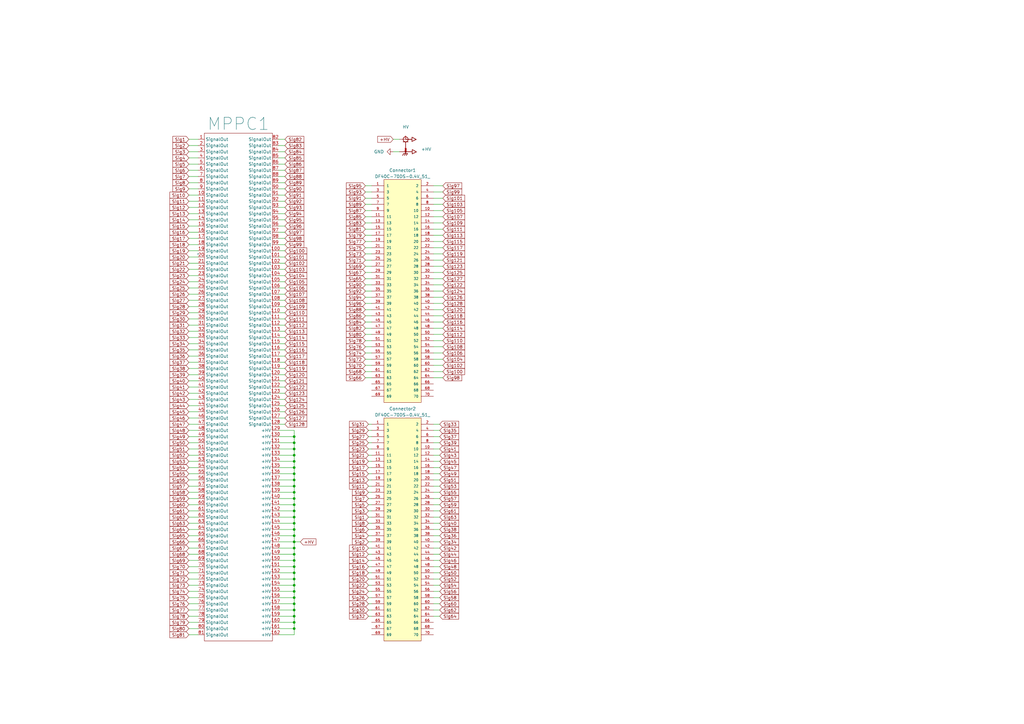
<source format=kicad_sch>
(kicad_sch (version 20250114) (generator "eeschema") (generator_version "9.0")
  (paper "A3")
  (junction (at 120.65 189.23))
  (junction (at 120.65 247.65))
  (junction (at 120.65 201.93))
  (junction (at 120.65 209.55))
  (junction (at 120.65 257.81))
  (junction (at 120.65 252.73))
  (junction (at 120.65 219.71))
  (junction (at 120.65 222.25))
  (junction (at 120.65 181.61))
  (junction (at 120.65 237.49))
  (junction (at 120.65 179.07))
  (junction (at 120.65 214.63))
  (junction (at 120.65 207.01))
  (junction (at 120.65 196.85))
  (junction (at 120.65 191.77))
  (junction (at 120.65 245.11))
  (junction (at 120.65 194.31))
  (junction (at 120.65 255.27))
  (junction (at 120.65 224.79))
  (junction (at 120.65 234.95))
  (junction (at 120.65 250.19))
  (junction (at 120.65 242.57))
  (junction (at 120.65 227.33))
  (junction (at 120.65 204.47))
  (junction (at 120.65 232.41))
  (junction (at 120.65 217.17))
  (junction (at 120.65 229.87))
  (junction (at 120.65 199.39))
  (junction (at 120.65 184.15))
  (junction (at 120.65 212.09))
  (junction (at 120.65 186.69))
  (junction (at 120.65 240.03))
  (wire (pts (xy 114.3 204.47) (xy 120.65 204.47)))
  (wire (pts (xy 114.3 181.61) (xy 120.65 181.61)))
  (wire (pts (xy 149.86 96.52) (xy 152.4 96.52)))
  (wire (pts (xy 116.84 158.75) (xy 114.3 158.75)))
  (wire (pts (xy 77.47 118.11) (xy 81.28 118.11)))
  (wire (pts (xy 151.13 234.95) (xy 152.4 234.95)))
  (wire (pts (xy 120.65 260.35) (xy 120.65 257.81)))
  (wire (pts (xy 114.3 95.25) (xy 116.84 95.25)))
  (wire (pts (xy 116.84 62.23) (xy 114.3 62.23)))
  (wire (pts (xy 77.47 224.79) (xy 81.28 224.79)))
  (wire (pts (xy 120.65 191.77) (xy 120.65 194.31)))
  (wire (pts (xy 151.13 247.65) (xy 152.4 247.65)))
  (wire (pts (xy 114.3 222.25) (xy 120.65 222.25)))
  (wire (pts (xy 114.3 217.17) (xy 120.65 217.17)))
  (wire (pts (xy 120.65 237.49) (xy 120.65 234.95)))
  (wire (pts (xy 77.47 222.25) (xy 81.28 222.25)))
  (wire (pts (xy 77.47 217.17) (xy 81.28 217.17)))
  (wire (pts (xy 120.65 227.33) (xy 120.65 224.79)))
  (wire (pts (xy 177.8 96.52) (xy 181.61 96.52)))
  (wire (pts (xy 177.8 176.53) (xy 180.34 176.53)))
  (wire (pts (xy 114.3 194.31) (xy 120.65 194.31)))
  (wire (pts (xy 120.65 204.47) (xy 120.65 207.01)))
  (wire (pts (xy 116.84 72.39) (xy 114.3 72.39)))
  (wire (pts (xy 177.8 114.3) (xy 181.61 114.3)))
  (wire (pts (xy 177.8 109.22) (xy 181.61 109.22)))
  (wire (pts (xy 77.47 102.87) (xy 81.28 102.87)))
  (wire (pts (xy 120.65 209.55) (xy 120.65 212.09)))
  (wire (pts (xy 77.47 67.31) (xy 81.28 67.31)))
  (wire (pts (xy 151.13 242.57) (xy 152.4 242.57)))
  (wire (pts (xy 181.61 116.84) (xy 177.8 116.84)))
  (wire (pts (xy 77.47 95.25) (xy 81.28 95.25)))
  (wire (pts (xy 114.3 199.39) (xy 120.65 199.39)))
  (wire (pts (xy 77.47 146.05) (xy 81.28 146.05)))
  (wire (pts (xy 151.13 224.79) (xy 152.4 224.79)))
  (wire (pts (xy 151.13 237.49) (xy 152.4 237.49)))
  (wire (pts (xy 114.3 151.13) (xy 116.84 151.13)))
  (wire (pts (xy 77.47 133.35) (xy 81.28 133.35)))
  (wire (pts (xy 181.61 119.38) (xy 177.8 119.38)))
  (wire (pts (xy 177.8 209.55) (xy 180.34 209.55)))
  (wire (pts (xy 77.47 181.61) (xy 81.28 181.61)))
  (wire (pts (xy 77.47 138.43) (xy 81.28 138.43)))
  (wire (pts (xy 161.29 57.15) (xy 163.83 57.15)))
  (wire (pts (xy 77.47 229.87) (xy 81.28 229.87)))
  (wire (pts (xy 114.3 245.11) (xy 120.65 245.11)))
  (wire (pts (xy 77.47 191.77) (xy 81.28 191.77)))
  (wire (pts (xy 77.47 57.15) (xy 81.28 57.15)))
  (wire (pts (xy 77.47 179.07) (xy 81.28 179.07)))
  (wire (pts (xy 116.84 168.91) (xy 114.3 168.91)))
  (wire (pts (xy 116.84 77.47) (xy 114.3 77.47)))
  (wire (pts (xy 114.3 105.41) (xy 116.84 105.41)))
  (wire (pts (xy 114.3 212.09) (xy 120.65 212.09)))
  (wire (pts (xy 77.47 184.15) (xy 81.28 184.15)))
  (wire (pts (xy 116.84 102.87) (xy 114.3 102.87)))
  (wire (pts (xy 120.65 186.69) (xy 120.65 189.23)))
  (wire (pts (xy 120.65 201.93) (xy 120.65 204.47)))
  (wire (pts (xy 114.3 184.15) (xy 120.65 184.15)))
  (wire (pts (xy 151.13 179.07) (xy 152.4 179.07)))
  (wire (pts (xy 77.47 135.89) (xy 81.28 135.89)))
  (wire (pts (xy 116.84 173.99) (xy 114.3 173.99)))
  (wire (pts (xy 116.84 92.71) (xy 114.3 92.71)))
  (wire (pts (xy 77.47 64.77) (xy 81.28 64.77)))
  (wire (pts (xy 116.84 118.11) (xy 114.3 118.11)))
  (wire (pts (xy 149.86 93.98) (xy 152.4 93.98)))
  (wire (pts (xy 181.61 152.4) (xy 177.8 152.4)))
  (wire (pts (xy 114.3 125.73) (xy 116.84 125.73)))
  (wire (pts (xy 120.65 196.85) (xy 120.65 199.39)))
  (wire (pts (xy 181.61 124.46) (xy 177.8 124.46)))
  (wire (pts (xy 120.65 229.87) (xy 120.65 227.33)))
  (wire (pts (xy 151.13 252.73) (xy 152.4 252.73)))
  (wire (pts (xy 177.8 189.23) (xy 180.34 189.23)))
  (wire (pts (xy 77.47 74.93) (xy 81.28 74.93)))
  (wire (pts (xy 116.84 113.03) (xy 114.3 113.03)))
  (wire (pts (xy 114.3 189.23) (xy 120.65 189.23)))
  (wire (pts (xy 77.47 176.53) (xy 81.28 176.53)))
  (wire (pts (xy 177.8 104.14) (xy 181.61 104.14)))
  (wire (pts (xy 151.13 186.69) (xy 152.4 186.69)))
  (wire (pts (xy 77.47 69.85) (xy 81.28 69.85)))
  (wire (pts (xy 120.65 242.57) (xy 120.65 240.03)))
  (wire (pts (xy 77.47 90.17) (xy 81.28 90.17)))
  (wire (pts (xy 149.86 127) (xy 152.4 127)))
  (wire (pts (xy 77.47 189.23) (xy 81.28 189.23)))
  (wire (pts (xy 77.47 59.69) (xy 81.28 59.69)))
  (wire (pts (xy 114.3 227.33) (xy 120.65 227.33)))
  (wire (pts (xy 77.47 207.01) (xy 81.28 207.01)))
  (wire (pts (xy 114.3 247.65) (xy 120.65 247.65)))
  (wire (pts (xy 151.13 214.63) (xy 152.4 214.63)))
  (wire (pts (xy 77.47 234.95) (xy 81.28 234.95)))
  (wire (pts (xy 114.3 85.09) (xy 116.84 85.09)))
  (wire (pts (xy 180.34 247.65) (xy 177.8 247.65)))
  (wire (pts (xy 77.47 196.85) (xy 81.28 196.85)))
  (wire (pts (xy 180.34 224.79) (xy 177.8 224.79)))
  (wire (pts (xy 120.65 212.09) (xy 120.65 214.63)))
  (wire (pts (xy 180.34 250.19) (xy 177.8 250.19)))
  (wire (pts (xy 149.86 124.46) (xy 152.4 124.46)))
  (wire (pts (xy 77.47 260.35) (xy 81.28 260.35)))
  (wire (pts (xy 77.47 161.29) (xy 81.28 161.29)))
  (wire (pts (xy 149.86 78.74) (xy 152.4 78.74)))
  (wire (pts (xy 177.8 106.68) (xy 181.61 106.68)))
  (wire (pts (xy 114.3 69.85) (xy 116.84 69.85)))
  (wire (pts (xy 77.47 240.03) (xy 81.28 240.03)))
  (wire (pts (xy 114.3 130.81) (xy 116.84 130.81)))
  (wire (pts (xy 149.86 116.84) (xy 152.4 116.84)))
  (wire (pts (xy 151.13 201.93) (xy 152.4 201.93)))
  (wire (pts (xy 114.3 166.37) (xy 116.84 166.37)))
  (wire (pts (xy 120.65 222.25) (xy 123.19 222.25)))
  (wire (pts (xy 151.13 222.25) (xy 152.4 222.25)))
  (wire (pts (xy 114.3 191.77) (xy 120.65 191.77)))
  (wire (pts (xy 77.47 80.01) (xy 81.28 80.01)))
  (wire (pts (xy 114.3 237.49) (xy 120.65 237.49)))
  (wire (pts (xy 151.13 196.85) (xy 152.4 196.85)))
  (wire (pts (xy 180.34 237.49) (xy 177.8 237.49)))
  (wire (pts (xy 114.3 186.69) (xy 120.65 186.69)))
  (wire (pts (xy 77.47 77.47) (xy 81.28 77.47)))
  (wire (pts (xy 149.86 152.4) (xy 152.4 152.4)))
  (wire (pts (xy 114.3 214.63) (xy 120.65 214.63)))
  (wire (pts (xy 116.84 143.51) (xy 114.3 143.51)))
  (wire (pts (xy 77.47 92.71) (xy 81.28 92.71)))
  (wire (pts (xy 177.8 83.82) (xy 181.61 83.82)))
  (wire (pts (xy 177.8 204.47) (xy 180.34 204.47)))
  (wire (pts (xy 177.8 186.69) (xy 180.34 186.69)))
  (wire (pts (xy 77.47 232.41) (xy 81.28 232.41)))
  (wire (pts (xy 116.84 57.15) (xy 114.3 57.15)))
  (wire (pts (xy 116.84 153.67) (xy 114.3 153.67)))
  (wire (pts (xy 177.8 111.76) (xy 181.61 111.76)))
  (wire (pts (xy 77.47 105.41) (xy 81.28 105.41)))
  (wire (pts (xy 120.65 222.25) (xy 120.65 224.79)))
  (wire (pts (xy 180.34 229.87) (xy 177.8 229.87)))
  (wire (pts (xy 177.8 207.01) (xy 180.34 207.01)))
  (wire (pts (xy 77.47 115.57) (xy 81.28 115.57)))
  (wire (pts (xy 151.13 204.47) (xy 152.4 204.47)))
  (wire (pts (xy 114.3 224.79) (xy 120.65 224.79)))
  (wire (pts (xy 180.34 219.71) (xy 177.8 219.71)))
  (wire (pts (xy 114.3 64.77) (xy 116.84 64.77)))
  (wire (pts (xy 180.34 240.03) (xy 177.8 240.03)))
  (wire (pts (xy 181.61 129.54) (xy 177.8 129.54)))
  (wire (pts (xy 77.47 143.51) (xy 81.28 143.51)))
  (wire (pts (xy 77.47 151.13) (xy 81.28 151.13)))
  (wire (pts (xy 114.3 90.17) (xy 116.84 90.17)))
  (wire (pts (xy 77.47 204.47) (xy 81.28 204.47)))
  (wire (pts (xy 180.34 252.73) (xy 177.8 252.73)))
  (wire (pts (xy 181.61 127) (xy 177.8 127)))
  (wire (pts (xy 149.86 144.78) (xy 152.4 144.78)))
  (wire (pts (xy 77.47 201.93) (xy 81.28 201.93)))
  (wire (pts (xy 77.47 257.81) (xy 81.28 257.81)))
  (wire (pts (xy 149.86 91.44) (xy 152.4 91.44)))
  (wire (pts (xy 77.47 148.59) (xy 81.28 148.59)))
  (wire (pts (xy 149.86 121.92) (xy 152.4 121.92)))
  (wire (pts (xy 114.3 74.93) (xy 116.84 74.93)))
  (wire (pts (xy 151.13 194.31) (xy 152.4 194.31)))
  (wire (pts (xy 149.86 147.32) (xy 152.4 147.32)))
  (wire (pts (xy 149.86 132.08) (xy 152.4 132.08)))
  (wire (pts (xy 151.13 209.55) (xy 152.4 209.55)))
  (wire (pts (xy 151.13 212.09) (xy 152.4 212.09)))
  (wire (pts (xy 177.8 199.39) (xy 180.34 199.39)))
  (wire (pts (xy 77.47 87.63) (xy 81.28 87.63)))
  (wire (pts (xy 151.13 184.15) (xy 152.4 184.15)))
  (wire (pts (xy 116.84 128.27) (xy 114.3 128.27)))
  (wire (pts (xy 77.47 130.81) (xy 81.28 130.81)))
  (wire (pts (xy 116.84 87.63) (xy 114.3 87.63)))
  (wire (pts (xy 116.84 138.43) (xy 114.3 138.43)))
  (wire (pts (xy 177.8 76.2) (xy 181.61 76.2)))
  (wire (pts (xy 151.13 250.19) (xy 152.4 250.19)))
  (wire (pts (xy 180.34 222.25) (xy 177.8 222.25)))
  (wire (pts (xy 114.3 120.65) (xy 116.84 120.65)))
  (wire (pts (xy 120.65 189.23) (xy 120.65 191.77)))
  (wire (pts (xy 177.8 91.44) (xy 181.61 91.44)))
  (wire (pts (xy 77.47 212.09) (xy 81.28 212.09)))
  (wire (pts (xy 114.3 229.87) (xy 120.65 229.87)))
  (wire (pts (xy 77.47 168.91) (xy 81.28 168.91)))
  (wire (pts (xy 151.13 207.01) (xy 152.4 207.01)))
  (wire (pts (xy 77.47 173.99) (xy 81.28 173.99)))
  (wire (pts (xy 181.61 139.7) (xy 177.8 139.7)))
  (wire (pts (xy 77.47 158.75) (xy 81.28 158.75)))
  (wire (pts (xy 151.13 189.23) (xy 152.4 189.23)))
  (wire (pts (xy 120.65 247.65) (xy 120.65 245.11)))
  (wire (pts (xy 180.34 242.57) (xy 177.8 242.57)))
  (wire (pts (xy 114.3 209.55) (xy 120.65 209.55)))
  (wire (pts (xy 149.86 142.24) (xy 152.4 142.24)))
  (wire (pts (xy 120.65 184.15) (xy 120.65 186.69)))
  (wire (pts (xy 120.65 257.81) (xy 120.65 255.27)))
  (wire (pts (xy 120.65 245.11) (xy 120.65 242.57)))
  (wire (pts (xy 114.3 80.01) (xy 116.84 80.01)))
  (wire (pts (xy 77.47 214.63) (xy 81.28 214.63)))
  (wire (pts (xy 151.13 229.87) (xy 152.4 229.87)))
  (wire (pts (xy 114.3 135.89) (xy 116.84 135.89)))
  (wire (pts (xy 177.8 194.31) (xy 180.34 194.31)))
  (wire (pts (xy 151.13 219.71) (xy 152.4 219.71)))
  (wire (pts (xy 177.8 81.28) (xy 181.61 81.28)))
  (wire (pts (xy 181.61 154.94) (xy 177.8 154.94)))
  (wire (pts (xy 181.61 144.78) (xy 177.8 144.78)))
  (wire (pts (xy 120.65 234.95) (xy 120.65 232.41)))
  (wire (pts (xy 116.84 97.79) (xy 114.3 97.79)))
  (wire (pts (xy 114.3 219.71) (xy 120.65 219.71)))
  (wire (pts (xy 120.65 255.27) (xy 120.65 252.73)))
  (wire (pts (xy 181.61 137.16) (xy 177.8 137.16)))
  (wire (pts (xy 77.47 125.73) (xy 81.28 125.73)))
  (wire (pts (xy 181.61 147.32) (xy 177.8 147.32)))
  (wire (pts (xy 114.3 110.49) (xy 116.84 110.49)))
  (wire (pts (xy 177.8 191.77) (xy 180.34 191.77)))
  (wire (pts (xy 77.47 72.39) (xy 81.28 72.39)))
  (wire (pts (xy 77.47 166.37) (xy 81.28 166.37)))
  (wire (pts (xy 114.3 234.95) (xy 120.65 234.95)))
  (wire (pts (xy 181.61 132.08) (xy 177.8 132.08)))
  (wire (pts (xy 149.86 106.68) (xy 152.4 106.68)))
  (wire (pts (xy 120.65 207.01) (xy 120.65 209.55)))
  (wire (pts (xy 149.86 134.62) (xy 152.4 134.62)))
  (wire (pts (xy 77.47 110.49) (xy 81.28 110.49)))
  (wire (pts (xy 149.86 99.06) (xy 152.4 99.06)))
  (wire (pts (xy 120.65 232.41) (xy 120.65 229.87)))
  (wire (pts (xy 180.34 232.41) (xy 177.8 232.41)))
  (wire (pts (xy 114.3 161.29) (xy 116.84 161.29)))
  (wire (pts (xy 114.3 176.53) (xy 120.65 176.53)))
  (wire (pts (xy 114.3 201.93) (xy 120.65 201.93)))
  (wire (pts (xy 116.84 67.31) (xy 114.3 67.31)))
  (wire (pts (xy 116.84 148.59) (xy 114.3 148.59)))
  (wire (pts (xy 177.8 78.74) (xy 181.61 78.74)))
  (wire (pts (xy 116.84 107.95) (xy 114.3 107.95)))
  (wire (pts (xy 120.65 219.71) (xy 120.65 222.25)))
  (wire (pts (xy 77.47 120.65) (xy 81.28 120.65)))
  (wire (pts (xy 77.47 199.39) (xy 81.28 199.39)))
  (wire (pts (xy 149.86 154.94) (xy 152.4 154.94)))
  (wire (pts (xy 77.47 171.45) (xy 81.28 171.45)))
  (wire (pts (xy 114.3 146.05) (xy 116.84 146.05)))
  (wire (pts (xy 177.8 101.6) (xy 181.61 101.6)))
  (wire (pts (xy 177.8 173.99) (xy 180.34 173.99)))
  (wire (pts (xy 114.3 140.97) (xy 116.84 140.97)))
  (wire (pts (xy 177.8 181.61) (xy 180.34 181.61)))
  (wire (pts (xy 120.65 194.31) (xy 120.65 196.85)))
  (wire (pts (xy 77.47 85.09) (xy 81.28 85.09)))
  (wire (pts (xy 151.13 232.41) (xy 152.4 232.41)))
  (wire (pts (xy 77.47 242.57) (xy 81.28 242.57)))
  (wire (pts (xy 114.3 232.41) (xy 120.65 232.41)))
  (wire (pts (xy 120.65 217.17) (xy 120.65 219.71)))
  (wire (pts (xy 114.3 59.69) (xy 116.84 59.69)))
  (wire (pts (xy 77.47 194.31) (xy 81.28 194.31)))
  (wire (pts (xy 161.29 62.23) (xy 163.83 62.23)))
  (wire (pts (xy 180.34 234.95) (xy 177.8 234.95)))
  (wire (pts (xy 77.47 252.73) (xy 81.28 252.73)))
  (wire (pts (xy 177.8 99.06) (xy 181.61 99.06)))
  (wire (pts (xy 77.47 209.55) (xy 81.28 209.55)))
  (wire (pts (xy 149.86 83.82) (xy 152.4 83.82)))
  (wire (pts (xy 151.13 245.11) (xy 152.4 245.11)))
  (wire (pts (xy 77.47 219.71) (xy 81.28 219.71)))
  (wire (pts (xy 151.13 173.99) (xy 152.4 173.99)))
  (wire (pts (xy 114.3 242.57) (xy 120.65 242.57)))
  (wire (pts (xy 180.34 217.17) (xy 177.8 217.17)))
  (wire (pts (xy 177.8 93.98) (xy 181.61 93.98)))
  (wire (pts (xy 149.86 114.3) (xy 152.4 114.3)))
  (wire (pts (xy 114.3 179.07) (xy 120.65 179.07)))
  (wire (pts (xy 114.3 255.27) (xy 120.65 255.27)))
  (wire (pts (xy 77.47 62.23) (xy 81.28 62.23)))
  (wire (pts (xy 114.3 257.81) (xy 120.65 257.81)))
  (wire (pts (xy 116.84 123.19) (xy 114.3 123.19)))
  (wire (pts (xy 151.13 191.77) (xy 152.4 191.77)))
  (wire (pts (xy 116.84 163.83) (xy 114.3 163.83)))
  (wire (pts (xy 77.47 255.27) (xy 81.28 255.27)))
  (wire (pts (xy 120.65 240.03) (xy 120.65 237.49)))
  (wire (pts (xy 177.8 196.85) (xy 180.34 196.85)))
  (wire (pts (xy 181.61 142.24) (xy 177.8 142.24)))
  (wire (pts (xy 120.65 252.73) (xy 120.65 250.19)))
  (wire (pts (xy 151.13 199.39) (xy 152.4 199.39)))
  (wire (pts (xy 149.86 119.38) (xy 152.4 119.38)))
  (wire (pts (xy 116.84 133.35) (xy 114.3 133.35)))
  (wire (pts (xy 114.3 240.03) (xy 120.65 240.03)))
  (wire (pts (xy 181.61 149.86) (xy 177.8 149.86)))
  (wire (pts (xy 114.3 156.21) (xy 116.84 156.21)))
  (wire (pts (xy 77.47 245.11) (xy 81.28 245.11)))
  (wire (pts (xy 77.47 237.49) (xy 81.28 237.49)))
  (wire (pts (xy 151.13 176.53) (xy 152.4 176.53)))
  (wire (pts (xy 149.86 88.9) (xy 152.4 88.9)))
  (wire (pts (xy 177.8 179.07) (xy 180.34 179.07)))
  (wire (pts (xy 149.86 139.7) (xy 152.4 139.7)))
  (wire (pts (xy 151.13 240.03) (xy 152.4 240.03)))
  (wire (pts (xy 120.65 250.19) (xy 120.65 247.65)))
  (wire (pts (xy 120.65 179.07) (xy 120.65 181.61)))
  (wire (pts (xy 177.8 184.15) (xy 180.34 184.15)))
  (wire (pts (xy 149.86 76.2) (xy 152.4 76.2)))
  (wire (pts (xy 149.86 81.28) (xy 152.4 81.28)))
  (wire (pts (xy 77.47 250.19) (xy 81.28 250.19)))
  (wire (pts (xy 120.65 214.63) (xy 120.65 217.17)))
  (wire (pts (xy 149.86 149.86) (xy 152.4 149.86)))
  (wire (pts (xy 151.13 227.33) (xy 152.4 227.33)))
  (wire (pts (xy 149.86 137.16) (xy 152.4 137.16)))
  (wire (pts (xy 181.61 134.62) (xy 177.8 134.62)))
  (wire (pts (xy 77.47 82.55) (xy 81.28 82.55)))
  (wire (pts (xy 77.47 140.97) (xy 81.28 140.97)))
  (wire (pts (xy 149.86 101.6) (xy 152.4 101.6)))
  (wire (pts (xy 149.86 129.54) (xy 152.4 129.54)))
  (wire (pts (xy 77.47 107.95) (xy 81.28 107.95)))
  (wire (pts (xy 77.47 113.03) (xy 81.28 113.03)))
  (wire (pts (xy 77.47 163.83) (xy 81.28 163.83)))
  (wire (pts (xy 77.47 100.33) (xy 81.28 100.33)))
  (wire (pts (xy 77.47 128.27) (xy 81.28 128.27)))
  (wire (pts (xy 180.34 214.63) (xy 177.8 214.63)))
  (wire (pts (xy 77.47 123.19) (xy 81.28 123.19)))
  (wire (pts (xy 177.8 86.36) (xy 181.61 86.36)))
  (wire (pts (xy 77.47 186.69) (xy 81.28 186.69)))
  (wire (pts (xy 77.47 247.65) (xy 81.28 247.65)))
  (wire (pts (xy 114.3 250.19) (xy 120.65 250.19)))
  (wire (pts (xy 151.13 217.17) (xy 152.4 217.17)))
  (wire (pts (xy 77.47 97.79) (xy 81.28 97.79)))
  (wire (pts (xy 120.65 181.61) (xy 120.65 184.15)))
  (wire (pts (xy 177.8 88.9) (xy 181.61 88.9)))
  (wire (pts (xy 77.47 153.67) (xy 81.28 153.67)))
  (wire (pts (xy 114.3 196.85) (xy 120.65 196.85)))
  (wire (pts (xy 120.65 176.53) (xy 120.65 179.07)))
  (wire (pts (xy 177.8 201.93) (xy 180.34 201.93)))
  (wire (pts (xy 149.86 104.14) (xy 152.4 104.14)))
  (wire (pts (xy 177.8 212.09) (xy 180.34 212.09)))
  (wire (pts (xy 114.3 100.33) (xy 116.84 100.33)))
  (wire (pts (xy 77.47 227.33) (xy 81.28 227.33)))
  (wire (pts (xy 114.3 252.73) (xy 120.65 252.73)))
  (wire (pts (xy 149.86 86.36) (xy 152.4 86.36)))
  (wire (pts (xy 114.3 260.35) (xy 120.65 260.35)))
  (wire (pts (xy 116.84 82.55) (xy 114.3 82.55)))
  (wire (pts (xy 77.47 156.21) (xy 81.28 156.21)))
  (wire (pts (xy 180.34 227.33) (xy 177.8 227.33)))
  (wire (pts (xy 181.61 121.92) (xy 177.8 121.92)))
  (wire (pts (xy 114.3 207.01) (xy 120.65 207.01)))
  (wire (pts (xy 120.65 199.39) (xy 120.65 201.93)))
  (wire (pts (xy 149.86 111.76) (xy 152.4 111.76)))
  (wire (pts (xy 151.13 181.61) (xy 152.4 181.61)))
  (wire (pts (xy 180.34 245.11) (xy 177.8 245.11)))
  (wire (pts (xy 114.3 115.57) (xy 116.84 115.57)))
  (wire (pts (xy 149.86 109.22) (xy 152.4 109.22)))
  (wire (pts (xy 114.3 171.45) (xy 116.84 171.45)))
  (global_label "Sig32" (shape input) (at 77.47 135.89 180) (property "Intersheetrefs" "${INTERSHEET_REFS}" (effects (hide yes))))
  (global_label "Sig114" (shape input) (at 181.61 134.62 0) (property "Intersheetrefs" "${INTERSHEET_REFS}" (effects (hide yes))))
  (global_label "Sig89" (shape input) (at 116.84 74.93 0) (property "Intersheetrefs" "${INTERSHEET_REFS}" (effects (hide yes))))
  (global_label "Sig48" (shape input) (at 77.47 176.53 180) (property "Intersheetrefs" "${INTERSHEET_REFS}" (effects (hide yes))))
  (global_label "Sig105" (shape input) (at 181.61 86.36 0) (property "Intersheetrefs" "${INTERSHEET_REFS}" (effects (hide yes))))
  (global_label "Sig36" (shape input) (at 180.34 219.71 0) (property "Intersheetrefs" "${INTERSHEET_REFS}" (effects (hide yes))))
  (global_label "Sig94" (shape input) (at 116.84 87.63 0) (property "Intersheetrefs" "${INTERSHEET_REFS}" (effects (hide yes))))
  (global_label "Sig10" (shape input) (at 151.13 224.79 180) (property "Intersheetrefs" "${INTERSHEET_REFS}" (effects (hide yes))))
  (global_label "Sig14" (shape input) (at 77.47 90.17 180) (property "Intersheetrefs" "${INTERSHEET_REFS}" (effects (hide yes))))
  (global_label "Sig44" (shape input) (at 77.47 166.37 180) (property "Intersheetrefs" "${INTERSHEET_REFS}" (effects (hide yes))))
  (global_label "Sig70" (shape input) (at 149.86 149.86 180) (property "Intersheetrefs" "${INTERSHEET_REFS}" (effects (hide yes))))
  (global_label "Sig83" (shape input) (at 149.86 91.44 180) (property "Intersheetrefs" "${INTERSHEET_REFS}" (effects (hide yes))))
  (global_label "Sig35" (shape input) (at 77.47 143.51 180) (property "Intersheetrefs" "${INTERSHEET_REFS}" (effects (hide yes))))
  (global_label "Sig64" (shape input) (at 180.34 252.73 0) (property "Intersheetrefs" "${INTERSHEET_REFS}" (effects (hide yes))))
  (global_label "Sig122" (shape input) (at 181.61 116.84 0) (property "Intersheetrefs" "${INTERSHEET_REFS}" (effects (hide yes))))
  (global_label "Sig114" (shape input) (at 116.84 138.43 0) (property "Intersheetrefs" "${INTERSHEET_REFS}" (effects (hide yes))))
  (global_label "Sig122" (shape input) (at 116.84 158.75 0) (property "Intersheetrefs" "${INTERSHEET_REFS}" (effects (hide yes))))
  (global_label "Sig123" (shape input) (at 116.84 161.29 0) (property "Intersheetrefs" "${INTERSHEET_REFS}" (effects (hide yes))))
  (global_label "Sig8" (shape input) (at 77.47 74.93 180) (property "Intersheetrefs" "${INTERSHEET_REFS}" (effects (hide yes))))
  (global_label "Sig82" (shape input) (at 149.86 134.62 180) (property "Intersheetrefs" "${INTERSHEET_REFS}" (effects (hide yes))))
  (global_label "Sig42" (shape input) (at 180.34 224.79 0) (property "Intersheetrefs" "${INTERSHEET_REFS}" (effects (hide yes))))
  (global_label "Sig40" (shape input) (at 180.34 214.63 0) (property "Intersheetrefs" "${INTERSHEET_REFS}" (effects (hide yes))))
  (global_label "Sig86" (shape input) (at 116.84 67.31 0) (property "Intersheetrefs" "${INTERSHEET_REFS}" (effects (hide yes))))
  (global_label "Sig90" (shape input) (at 116.84 77.47 0) (property "Intersheetrefs" "${INTERSHEET_REFS}" (effects (hide yes))))
  (global_label "Sig17" (shape input) (at 77.47 97.79 180) (property "Intersheetrefs" "${INTERSHEET_REFS}" (effects (hide yes))))
  (global_label "Sig108" (shape input) (at 181.61 142.24 0) (property "Intersheetrefs" "${INTERSHEET_REFS}" (effects (hide yes))))
  (global_label "Sig93" (shape input) (at 149.86 78.74 180) (property "Intersheetrefs" "${INTERSHEET_REFS}" (effects (hide yes))))
  (global_label "Sig119" (shape input) (at 181.61 104.14 0) (property "Intersheetrefs" "${INTERSHEET_REFS}" (effects (hide yes))))
  (global_label "Sig19" (shape input) (at 77.47 102.87 180) (property "Intersheetrefs" "${INTERSHEET_REFS}" (effects (hide yes))))
  (global_label "Sig75" (shape input) (at 77.47 245.11 180) (property "Intersheetrefs" "${INTERSHEET_REFS}" (effects (hide yes))))
  (global_label "Sig99" (shape input) (at 181.61 78.74 0) (property "Intersheetrefs" "${INTERSHEET_REFS}" (effects (hide yes))))
  (global_label "Sig3" (shape input) (at 77.47 62.23 180) (property "Intersheetrefs" "${INTERSHEET_REFS}" (effects (hide yes))))
  (global_label "Sig90" (shape input) (at 149.86 116.84 180) (property "Intersheetrefs" "${INTERSHEET_REFS}" (effects (hide yes))))
  (global_label "Sig97" (shape input) (at 181.61 76.2 0) (property "Intersheetrefs" "${INTERSHEET_REFS}" (effects (hide yes))))
  (global_label "Sig74" (shape input) (at 149.86 144.78 180) (property "Intersheetrefs" "${INTERSHEET_REFS}" (effects (hide yes))))
  (global_label "Sig71" (shape input) (at 149.86 106.68 180) (property "Intersheetrefs" "${INTERSHEET_REFS}" (effects (hide yes))))
  (global_label "Sig40" (shape input) (at 77.47 156.21 180) (property "Intersheetrefs" "${INTERSHEET_REFS}" (effects (hide yes))))
  (global_label "Sig33" (shape input) (at 180.34 173.99 0) (property "Intersheetrefs" "${INTERSHEET_REFS}" (effects (hide yes))))
  (global_label "Sig67" (shape input) (at 77.47 224.79 180) (property "Intersheetrefs" "${INTERSHEET_REFS}" (effects (hide yes))))
  (global_label "Sig76" (shape input) (at 77.47 247.65 180) (property "Intersheetrefs" "${INTERSHEET_REFS}" (effects (hide yes))))
  (global_label "Sig115" (shape input) (at 181.61 99.06 0) (property "Intersheetrefs" "${INTERSHEET_REFS}" (effects (hide yes))))
  (global_label "Sig103" (shape input) (at 181.61 83.82 0) (property "Intersheetrefs" "${INTERSHEET_REFS}" (effects (hide yes))))
  (global_label "Sig106" (shape input) (at 181.61 144.78 0) (property "Intersheetrefs" "${INTERSHEET_REFS}" (effects (hide yes))))
  (global_label "Sig44" (shape input) (at 180.34 227.33 0) (property "Intersheetrefs" "${INTERSHEET_REFS}" (effects (hide yes))))
  (global_label "Sig34" (shape input) (at 180.34 222.25 0) (property "Intersheetrefs" "${INTERSHEET_REFS}" (effects (hide yes))))
  (global_label "Sig89" (shape input) (at 149.86 83.82 180) (property "Intersheetrefs" "${INTERSHEET_REFS}" (effects (hide yes))))
  (global_label "Sig34" (shape input) (at 77.47 140.97 180) (property "Intersheetrefs" "${INTERSHEET_REFS}" (effects (hide yes))))
  (global_label "Sig55" (shape input) (at 77.47 194.31 180) (property "Intersheetrefs" "${INTERSHEET_REFS}" (effects (hide yes))))
  (global_label "Sig15" (shape input) (at 77.47 92.71 180) (property "Intersheetrefs" "${INTERSHEET_REFS}" (effects (hide yes))))
  (global_label "Sig25" (shape input) (at 151.13 181.61 180) (property "Intersheetrefs" "${INTERSHEET_REFS}" (effects (hide yes))))
  (global_label "Sig69" (shape input) (at 77.47 229.87 180) (property "Intersheetrefs" "${INTERSHEET_REFS}" (effects (hide yes))))
  (global_label "Sig104" (shape input) (at 116.84 113.03 0) (property "Intersheetrefs" "${INTERSHEET_REFS}" (effects (hide yes))))
  (global_label "Sig107" (shape input) (at 181.61 88.9 0) (property "Intersheetrefs" "${INTERSHEET_REFS}" (effects (hide yes))))
  (global_label "Sig4" (shape input) (at 77.47 64.77 180) (property "Intersheetrefs" "${INTERSHEET_REFS}" (effects (hide yes))))
  (global_label "Sig27" (shape input) (at 151.13 179.07 180) (property "Intersheetrefs" "${INTERSHEET_REFS}" (effects (hide yes))))
  (global_label "Sig58" (shape input) (at 180.34 245.11 0) (property "Intersheetrefs" "${INTERSHEET_REFS}" (effects (hide yes))))
  (global_label "Sig115" (shape input) (at 116.84 140.97 0) (property "Intersheetrefs" "${INTERSHEET_REFS}" (effects (hide yes))))
  (global_label "Sig78" (shape input) (at 149.86 139.7 180) (property "Intersheetrefs" "${INTERSHEET_REFS}" (effects (hide yes))))
  (global_label "Sig18" (shape input) (at 151.13 234.95 180) (property "Intersheetrefs" "${INTERSHEET_REFS}" (effects (hide yes))))
  (global_label "Sig26" (shape input) (at 77.47 120.65 180) (property "Intersheetrefs" "${INTERSHEET_REFS}" (effects (hide yes))))
  (global_label "Sig120" (shape input) (at 116.84 153.67 0) (property "Intersheetrefs" "${INTERSHEET_REFS}" (effects (hide yes))))
  (global_label "Sig6" (shape input) (at 77.47 69.85 180) (property "Intersheetrefs" "${INTERSHEET_REFS}" (effects (hide yes))))
  (global_label "Sig124" (shape input) (at 181.61 119.38 0) (property "Intersheetrefs" "${INTERSHEET_REFS}" (effects (hide yes))))
  (global_label "Sig5" (shape input) (at 77.47 67.31 180) (property "Intersheetrefs" "${INTERSHEET_REFS}" (effects (hide yes))))
  (global_label "Sig68" (shape input) (at 77.47 227.33 180) (property "Intersheetrefs" "${INTERSHEET_REFS}" (effects (hide yes))))
  (global_label "Sig38" (shape input) (at 77.47 151.13 180) (property "Intersheetrefs" "${INTERSHEET_REFS}" (effects (hide yes))))
  (global_label "Sig65" (shape input) (at 149.86 114.3 180) (property "Intersheetrefs" "${INTERSHEET_REFS}" (effects (hide yes))))
  (global_label "Sig64" (shape input) (at 77.47 217.17 180) (property "Intersheetrefs" "${INTERSHEET_REFS}" (effects (hide yes))))
  (global_label "Sig105" (shape input) (at 116.84 115.57 0) (property "Intersheetrefs" "${INTERSHEET_REFS}" (effects (hide yes))))
  (global_label "Sig127" (shape input) (at 116.84 171.45 0) (property "Intersheetrefs" "${INTERSHEET_REFS}" (effects (hide yes))))
  (global_label "Sig123" (shape input) (at 181.61 109.22 0) (property "Intersheetrefs" "${INTERSHEET_REFS}" (effects (hide yes))))
  (global_label "Sig81" (shape input) (at 149.86 93.98 180) (property "Intersheetrefs" "${INTERSHEET_REFS}" (effects (hide yes))))
  (global_label "Sig26" (shape input) (at 151.13 245.11 180) (property "Intersheetrefs" "${INTERSHEET_REFS}" (effects (hide yes))))
  (global_label "Sig2" (shape input) (at 151.13 222.25 180) (property "Intersheetrefs" "${INTERSHEET_REFS}" (effects (hide yes))))
  (global_label "Sig96" (shape input) (at 116.84 92.71 0) (property "Intersheetrefs" "${INTERSHEET_REFS}" (effects (hide yes))))
  (global_label "Sig107" (shape input) (at 116.84 120.65 0) (property "Intersheetrefs" "${INTERSHEET_REFS}" (effects (hide yes))))
  (global_label "Sig45" (shape input) (at 180.34 189.23 0) (property "Intersheetrefs" "${INTERSHEET_REFS}" (effects (hide yes))))
  (global_label "Sig56" (shape input) (at 77.47 196.85 180) (property "Intersheetrefs" "${INTERSHEET_REFS}" (effects (hide yes))))
  (global_label "Sig98" (shape input) (at 181.61 154.94 0) (property "Intersheetrefs" "${INTERSHEET_REFS}" (effects (hide yes))))
  (global_label "Sig31" (shape input) (at 77.47 133.35 180) (property "Intersheetrefs" "${INTERSHEET_REFS}" (effects (hide yes))))
  (global_label "Sig29" (shape input) (at 77.47 128.27 180) (property "Intersheetrefs" "${INTERSHEET_REFS}" (effects (hide yes))))
  (global_label "Sig93" (shape input) (at 116.84 85.09 0) (property "Intersheetrefs" "${INTERSHEET_REFS}" (effects (hide yes))))
  (global_label "Sig30" (shape input) (at 151.13 250.19 180) (property "Intersheetrefs" "${INTERSHEET_REFS}" (effects (hide yes))))
  (global_label "Sig62" (shape input) (at 180.34 250.19 0) (property "Intersheetrefs" "${INTERSHEET_REFS}" (effects (hide yes))))
  (global_label "Sig111" (shape input) (at 116.84 130.81 0) (property "Intersheetrefs" "${INTERSHEET_REFS}" (effects (hide yes))))
  (global_label "Sig11" (shape input) (at 77.47 82.55 180) (property "Intersheetrefs" "${INTERSHEET_REFS}" (effects (hide yes))))
  (global_label "Sig57" (shape input) (at 77.47 199.39 180) (property "Intersheetrefs" "${INTERSHEET_REFS}" (effects (hide yes))))
  (global_label "Sig102" (shape input) (at 116.84 107.95 0) (property "Intersheetrefs" "${INTERSHEET_REFS}" (effects (hide yes))))
  (global_label "Sig106" (shape input) (at 116.84 118.11 0) (property "Intersheetrefs" "${INTERSHEET_REFS}" (effects (hide yes))))
  (global_label "Sig116" (shape input) (at 181.61 132.08 0) (property "Intersheetrefs" "${INTERSHEET_REFS}" (effects (hide yes))))
  (global_label "Sig47" (shape input) (at 77.47 173.99 180) (property "Intersheetrefs" "${INTERSHEET_REFS}" (effects (hide yes))))
  (global_label "Sig113" (shape input) (at 181.61 96.52 0) (property "Intersheetrefs" "${INTERSHEET_REFS}" (effects (hide yes))))
  (global_label "Sig97" (shape input) (at 116.84 95.25 0) (property "Intersheetrefs" "${INTERSHEET_REFS}" (effects (hide yes))))
  (global_label "Sig22" (shape input) (at 151.13 240.03 180) (property "Intersheetrefs" "${INTERSHEET_REFS}" (effects (hide yes))))
  (global_label "Sig24" (shape input) (at 151.13 242.57 180) (property "Intersheetrefs" "${INTERSHEET_REFS}" (effects (hide yes))))
  (global_label "Sig38" (shape input) (at 180.34 217.17 0) (property "Intersheetrefs" "${INTERSHEET_REFS}" (effects (hide yes))))
  (global_label "Sig63" (shape input) (at 180.34 212.09 0) (property "Intersheetrefs" "${INTERSHEET_REFS}" (effects (hide yes))))
  (global_label "Sig50" (shape input) (at 180.34 234.95 0) (property "Intersheetrefs" "${INTERSHEET_REFS}" (effects (hide yes))))
  (global_label "Sig28" (shape input) (at 151.13 247.65 180) (property "Intersheetrefs" "${INTERSHEET_REFS}" (effects (hide yes))))
  (global_label "Sig54" (shape input) (at 180.34 240.03 0) (property "Intersheetrefs" "${INTERSHEET_REFS}" (effects (hide yes))))
  (global_label "Sig5" (shape input) (at 151.13 207.01 180) (property "Intersheetrefs" "${INTERSHEET_REFS}" (effects (hide yes))))
  (global_label "Sig86" (shape input) (at 149.86 129.54 180) (property "Intersheetrefs" "${INTERSHEET_REFS}" (effects (hide yes))))
  (global_label "Sig36" (shape input) (at 77.47 146.05 180) (property "Intersheetrefs" "${INTERSHEET_REFS}" (effects (hide yes))))
  (global_label "Sig66" (shape input) (at 77.47 222.25 180) (property "Intersheetrefs" "${INTERSHEET_REFS}" (effects (hide yes))))
  (global_label "Sig100" (shape input) (at 116.84 102.87 0) (property "Intersheetrefs" "${INTERSHEET_REFS}" (effects (hide yes))))
  (global_label "Sig12" (shape input) (at 151.13 227.33 180) (property "Intersheetrefs" "${INTERSHEET_REFS}" (effects (hide yes))))
  (global_label "Sig75" (shape input) (at 149.86 101.6 180) (property "Intersheetrefs" "${INTERSHEET_REFS}" (effects (hide yes))))
  (global_label "Sig94" (shape input) (at 149.86 121.92 180) (property "Intersheetrefs" "${INTERSHEET_REFS}" (effects (hide yes))))
  (global_label "Sig58" (shape input) (at 77.47 201.93 180) (property "Intersheetrefs" "${INTERSHEET_REFS}" (effects (hide yes))))
  (global_label "Sig84" (shape input) (at 149.86 132.08 180) (property "Intersheetrefs" "${INTERSHEET_REFS}" (effects (hide yes))))
  (global_label "Sig84" (shape input) (at 116.84 62.23 0) (property "Intersheetrefs" "${INTERSHEET_REFS}" (effects (hide yes))))
  (global_label "Sig100" (shape input) (at 181.61 152.4 0) (property "Intersheetrefs" "${INTERSHEET_REFS}" (effects (hide yes))))
  (global_label "Sig10" (shape input) (at 77.47 80.01 180) (property "Intersheetrefs" "${INTERSHEET_REFS}" (effects (hide yes))))
  (global_label "Sig128" (shape input) (at 181.61 124.46 0) (property "Intersheetrefs" "${INTERSHEET_REFS}" (effects (hide yes))))
  (global_label "Sig17" (shape input) (at 151.13 191.77 180) (property "Intersheetrefs" "${INTERSHEET_REFS}" (effects (hide yes))))
  (global_label "Sig126" (shape input) (at 181.61 121.92 0) (property "Intersheetrefs" "${INTERSHEET_REFS}" (effects (hide yes))))
  (global_label "Sig35" (shape input) (at 180.34 176.53 0) (property "Intersheetrefs" "${INTERSHEET_REFS}" (effects (hide yes))))
  (global_label "Sig87" (shape input) (at 116.84 69.85 0) (property "Intersheetrefs" "${INTERSHEET_REFS}" (effects (hide yes))))
  (global_label "Sig62" (shape input) (at 77.47 212.09 180) (property "Intersheetrefs" "${INTERSHEET_REFS}" (effects (hide yes))))
  (global_label "Sig91" (shape input) (at 116.84 80.01 0) (property "Intersheetrefs" "${INTERSHEET_REFS}" (effects (hide yes))))
  (global_label "Sig76" (shape input) (at 149.86 142.24 180) (property "Intersheetrefs" "${INTERSHEET_REFS}" (effects (hide yes))))
  (global_label "Sig79" (shape input) (at 149.86 96.52 180) (property "Intersheetrefs" "${INTERSHEET_REFS}" (effects (hide yes))))
  (global_label "Sig77" (shape input) (at 77.47 250.19 180) (property "Intersheetrefs" "${INTERSHEET_REFS}" (effects (hide yes))))
  (global_label "Sig53" (shape input) (at 180.34 199.39 0) (property "Intersheetrefs" "${INTERSHEET_REFS}" (effects (hide yes))))
  (global_label "Sig101" (shape input) (at 116.84 105.41 0) (property "Intersheetrefs" "${INTERSHEET_REFS}" (effects (hide yes))))
  (global_label "Sig49" (shape input) (at 180.34 194.31 0) (property "Intersheetrefs" "${INTERSHEET_REFS}" (effects (hide yes))))
  (global_label "Sig104" (shape input) (at 181.61 147.32 0) (property "Intersheetrefs" "${INTERSHEET_REFS}" (effects (hide yes))))
  (global_label "Sig42" (shape input) (at 77.47 161.29 180) (property "Intersheetrefs" "${INTERSHEET_REFS}" (effects (hide yes))))
  (global_label "Sig56" (shape input) (at 180.34 242.57 0) (property "Intersheetrefs" "${INTERSHEET_REFS}" (effects (hide yes))))
  (global_label "Sig37" (shape input) (at 77.47 148.59 180) (property "Intersheetrefs" "${INTERSHEET_REFS}" (effects (hide yes))))
  (global_label "Sig12" (shape input) (at 77.47 85.09 180) (property "Intersheetrefs" "${INTERSHEET_REFS}" (effects (hide yes))))
  (global_label "Sig30" (shape input) (at 77.47 130.81 180) (property "Intersheetrefs" "${INTERSHEET_REFS}" (effects (hide yes))))
  (global_label "Sig63" (shape input) (at 77.47 214.63 180) (property "Intersheetrefs" "${INTERSHEET_REFS}" (effects (hide yes))))
  (global_label "Sig59" (shape input) (at 77.47 204.47 180) (property "Intersheetrefs" "${INTERSHEET_REFS}" (effects (hide yes))))
  (global_label "Sig60" (shape input) (at 180.34 247.65 0) (property "Intersheetrefs" "${INTERSHEET_REFS}" (effects (hide yes))))
  (global_label "Sig49" (shape input) (at 77.47 179.07 180) (property "Intersheetrefs" "${INTERSHEET_REFS}" (effects (hide yes))))
  (global_label "Sig88" (shape input) (at 149.86 127 180) (property "Intersheetrefs" "${INTERSHEET_REFS}" (effects (hide yes))))
  (global_label "Sig67" (shape input) (at 149.86 111.76 180) (property "Intersheetrefs" "${INTERSHEET_REFS}" (effects (hide yes))))
  (global_label "Sig20" (shape input) (at 151.13 237.49 180) (property "Intersheetrefs" "${INTERSHEET_REFS}" (effects (hide yes))))
  (global_label "Sig121" (shape input) (at 116.84 156.21 0) (property "Intersheetrefs" "${INTERSHEET_REFS}" (effects (hide yes))))
  (global_label "Sig25" (shape input) (at 77.47 118.11 180) (property "Intersheetrefs" "${INTERSHEET_REFS}" (effects (hide yes))))
  (global_label "Sig61" (shape input) (at 180.34 209.55 0) (property "Intersheetrefs" "${INTERSHEET_REFS}" (effects (hide yes))))
  (global_label "Sig85" (shape input) (at 149.86 88.9 180) (property "Intersheetrefs" "${INTERSHEET_REFS}" (effects (hide yes))))
  (global_label "Sig47" (shape input) (at 180.34 191.77 0) (property "Intersheetrefs" "${INTERSHEET_REFS}" (effects (hide yes))))
  (global_label "Sig87" (shape input) (at 149.86 86.36 180) (property "Intersheetrefs" "${INTERSHEET_REFS}" (effects (hide yes))))
  (global_label "Sig103" (shape input) (at 116.84 110.49 0) (property "Intersheetrefs" "${INTERSHEET_REFS}" (effects (hide yes))))
  (global_label "Sig116" (shape input) (at 116.84 143.51 0) (property "Intersheetrefs" "${INTERSHEET_REFS}" (effects (hide yes))))
  (global_label "Sig91" (shape input) (at 149.86 81.28 180) (property "Intersheetrefs" "${INTERSHEET_REFS}" (effects (hide yes))))
  (global_label "Sig39" (shape input) (at 180.34 181.61 0) (property "Intersheetrefs" "${INTERSHEET_REFS}" (effects (hide yes))))
  (global_label "Sig11" (shape input) (at 151.13 199.39 180) (property "Intersheetrefs" "${INTERSHEET_REFS}" (effects (hide yes))))
  (global_label "Sig53" (shape input) (at 77.47 189.23 180) (property "Intersheetrefs" "${INTERSHEET_REFS}" (effects (hide yes))))
  (global_label "Sig43" (shape input) (at 180.34 186.69 0) (property "Intersheetrefs" "${INTERSHEET_REFS}" (effects (hide yes))))
  (global_label "Sig117" (shape input) (at 181.61 101.6 0) (property "Intersheetrefs" "${INTERSHEET_REFS}" (effects (hide yes))))
  (global_label "Sig41" (shape input) (at 77.47 158.75 180) (property "Intersheetrefs" "${INTERSHEET_REFS}" (effects (hide yes))))
  (global_label "Sig96" (shape input) (at 149.86 124.46 180) (property "Intersheetrefs" "${INTERSHEET_REFS}" (effects (hide yes))))
  (global_label "Sig70" (shape input) (at 77.47 232.41 180) (property "Intersheetrefs" "${INTERSHEET_REFS}" (effects (hide yes))))
  (global_label "Sig3" (shape input) (at 151.13 209.55 180) (property "Intersheetrefs" "${INTERSHEET_REFS}" (effects (hide yes))))
  (global_label "Sig1" (shape input) (at 151.13 212.09 180) (property "Intersheetrefs" "${INTERSHEET_REFS}" (effects (hide yes))))
  (global_label "Sig13" (shape input) (at 77.47 87.63 180) (property "Intersheetrefs" "${INTERSHEET_REFS}" (effects (hide yes))))
  (global_label "Sig14" (shape input) (at 151.13 229.87 180) (property "Intersheetrefs" "${INTERSHEET_REFS}" (effects (hide yes))))
  (global_label "Sig95" (shape input) (at 116.84 90.17 0) (property "Intersheetrefs" "${INTERSHEET_REFS}" (effects (hide yes))))
  (global_label "Sig73" (shape input) (at 149.86 104.14 180) (property "Intersheetrefs" "${INTERSHEET_REFS}" (effects (hide yes))))
  (global_label "Sig7" (shape input) (at 151.13 204.47 180) (property "Intersheetrefs" "${INTERSHEET_REFS}" (effects (hide yes))))
  (global_label "Sig41" (shape input) (at 180.34 184.15 0) (property "Intersheetrefs" "${INTERSHEET_REFS}" (effects (hide yes))))
  (global_label "Sig126" (shape input) (at 116.84 168.91 0) (property "Intersheetrefs" "${INTERSHEET_REFS}" (effects (hide yes))))
  (global_label "Sig111" (shape input) (at 181.61 93.98 0) (property "Intersheetrefs" "${INTERSHEET_REFS}" (effects (hide yes))))
  (global_label "Sig60" (shape input) (at 77.47 207.01 180) (property "Intersheetrefs" "${INTERSHEET_REFS}" (effects (hide yes))))
  (global_label "Sig37" (shape input) (at 180.34 179.07 0) (property "Intersheetrefs" "${INTERSHEET_REFS}" (effects (hide yes))))
  (global_label "Sig15" (shape input) (at 151.13 194.31 180) (property "Intersheetrefs" "${INTERSHEET_REFS}" (effects (hide yes))))
  (global_label "Sig118" (shape input) (at 181.61 129.54 0) (property "Intersheetrefs" "${INTERSHEET_REFS}" (effects (hide yes))))
  (global_label "Sig50" (shape input) (at 77.47 181.61 180) (property "Intersheetrefs" "${INTERSHEET_REFS}" (effects (hide yes))))
  (global_label "Sig112" (shape input) (at 116.84 133.35 0) (property "Intersheetrefs" "${INTERSHEET_REFS}" (effects (hide yes))))
  (global_label "Sig119" (shape input) (at 116.84 151.13 0) (property "Intersheetrefs" "${INTERSHEET_REFS}" (effects (hide yes))))
  (global_label "Sig59" (shape input) (at 180.34 207.01 0) (property "Intersheetrefs" "${INTERSHEET_REFS}" (effects (hide yes))))
  (global_label "Sig21" (shape input) (at 151.13 186.69 180) (property "Intersheetrefs" "${INTERSHEET_REFS}" (effects (hide yes))))
  (global_label "Sig98" (shape input) (at 116.84 97.79 0) (property "Intersheetrefs" "${INTERSHEET_REFS}" (effects (hide yes))))
  (global_label "Sig20" (shape input) (at 77.47 105.41 180) (property "Intersheetrefs" "${INTERSHEET_REFS}" (effects (hide yes))))
  (global_label "Sig29" (shape input) (at 151.13 176.53 180) (property "Intersheetrefs" "${INTERSHEET_REFS}" (effects (hide yes))))
  (global_label "Sig16" (shape input) (at 77.47 95.25 180) (property "Intersheetrefs" "${INTERSHEET_REFS}" (effects (hide yes))))
  (global_label "Sig32" (shape input) (at 151.13 252.73 180) (property "Intersheetrefs" "${INTERSHEET_REFS}" (effects (hide yes))))
  (global_label "Sig121" (shape input) (at 181.61 106.68 0) (property "Intersheetrefs" "${INTERSHEET_REFS}" (effects (hide yes))))
  (global_label "Sig8" (shape input) (at 151.13 214.63 180) (property "Intersheetrefs" "${INTERSHEET_REFS}" (effects (hide yes))))
  (global_label "Sig45" (shape input) (at 77.47 168.91 180) (property "Intersheetrefs" "${INTERSHEET_REFS}" (effects (hide yes))))
  (global_label "Sig80" (shape input) (at 77.47 257.81 180) (property "Intersheetrefs" "${INTERSHEET_REFS}" (effects (hide yes))))
  (global_label "+HV" (shape input) (at 123.19 222.25 0) (property "Intersheetrefs" "${INTERSHEET_REFS}" (effects (hide yes))))
  (global_label "Sig125" (shape input) (at 181.61 111.76 0) (property "Intersheetrefs" "${INTERSHEET_REFS}" (effects (hide yes))))
  (global_label "Sig24" (shape input) (at 77.47 115.57 180) (property "Intersheetrefs" "${INTERSHEET_REFS}" (effects (hide yes))))
  (global_label "Sig71" (shape input) (at 77.47 234.95 180) (property "Intersheetrefs" "${INTERSHEET_REFS}" (effects (hide yes))))
  (global_label "Sig19" (shape input) (at 151.13 189.23 180) (property "Intersheetrefs" "${INTERSHEET_REFS}" (effects (hide yes))))
  (global_label "Sig6" (shape input) (at 151.13 217.17 180) (property "Intersheetrefs" "${INTERSHEET_REFS}" (effects (hide yes))))
  (global_label "Sig125" (shape input) (at 116.84 166.37 0) (property "Intersheetrefs" "${INTERSHEET_REFS}" (effects (hide yes))))
  (global_label "Sig80" (shape input) (at 149.86 137.16 180) (property "Intersheetrefs" "${INTERSHEET_REFS}" (effects (hide yes))))
  (global_label "Sig83" (shape input) (at 116.84 59.69 0) (property "Intersheetrefs" "${INTERSHEET_REFS}" (effects (hide yes))))
  (global_label "Sig101" (shape input) (at 181.61 81.28 0) (property "Intersheetrefs" "${INTERSHEET_REFS}" (effects (hide yes))))
  (global_label "Sig81" (shape input) (at 77.47 260.35 180) (property "Intersheetrefs" "${INTERSHEET_REFS}" (effects (hide yes))))
  (global_label "Sig120" (shape input) (at 181.61 127 0) (property "Intersheetrefs" "${INTERSHEET_REFS}" (effects (hide yes))))
  (global_label "Sig51" (shape input) (at 77.47 184.15 180) (property "Intersheetrefs" "${INTERSHEET_REFS}" (effects (hide yes))))
  (global_label "Sig43" (shape input) (at 77.47 163.83 180) (property "Intersheetrefs" "${INTERSHEET_REFS}" (effects (hide yes))))
  (global_label "Sig13" (shape input) (at 151.13 196.85 180) (property "Intersheetrefs" "${INTERSHEET_REFS}" (effects (hide yes))))
  (global_label "Sig1" (shape input) (at 77.47 57.15 180) (property "Intersheetrefs" "${INTERSHEET_REFS}" (effects (hide yes))))
  (global_label "Sig72" (shape input) (at 77.47 237.49 180) (property "Intersheetrefs" "${INTERSHEET_REFS}" (effects (hide yes))))
  (global_label "Sig28" (shape input) (at 77.47 125.73 180) (property "Intersheetrefs" "${INTERSHEET_REFS}" (effects (hide yes))))
  (global_label "Sig79" (shape input) (at 77.47 255.27 180) (property "Intersheetrefs" "${INTERSHEET_REFS}" (effects (hide yes))))
  (global_label "Sig2" (shape input) (at 77.47 59.69 180) (property "Intersheetrefs" "${INTERSHEET_REFS}" (effects (hide yes))))
  (global_label "Sig99" (shape input) (at 116.84 100.33 0) (property "Intersheetrefs" "${INTERSHEET_REFS}" (effects (hide yes))))
  (global_label "+HV" (shape input) (at 161.29 57.15 180) (property "Intersheetrefs" "${INTERSHEET_REFS}" (effects (hide yes))))
  (global_label "Sig68" (shape input) (at 149.86 152.4 180) (property "Intersheetrefs" "${INTERSHEET_REFS}" (effects (hide yes))))
  (global_label "Sig124" (shape input) (at 116.84 163.83 0) (property "Intersheetrefs" "${INTERSHEET_REFS}" (effects (hide yes))))
  (global_label "Sig52" (shape input) (at 77.47 186.69 180) (property "Intersheetrefs" "${INTERSHEET_REFS}" (effects (hide yes))))
  (global_label "Sig51" (shape input) (at 180.34 196.85 0) (property "Intersheetrefs" "${INTERSHEET_REFS}" (effects (hide yes))))
  (global_label "Sig61" (shape input) (at 77.47 209.55 180) (property "Intersheetrefs" "${INTERSHEET_REFS}" (effects (hide yes))))
  (global_label "Sig117" (shape input) (at 116.84 146.05 0) (property "Intersheetrefs" "${INTERSHEET_REFS}" (effects (hide yes))))
  (global_label "Sig52" (shape input) (at 180.34 237.49 0) (property "Intersheetrefs" "${INTERSHEET_REFS}" (effects (hide yes))))
  (global_label "Sig82" (shape input) (at 116.84 57.15 0) (property "Intersheetrefs" "${INTERSHEET_REFS}" (effects (hide yes))))
  (global_label "Sig78" (shape input) (at 77.47 252.73 180) (property "Intersheetrefs" "${INTERSHEET_REFS}" (effects (hide yes))))
  (global_label "Sig7" (shape input) (at 77.47 72.39 180) (property "Intersheetrefs" "${INTERSHEET_REFS}" (effects (hide yes))))
  (global_label "Sig72" (shape input) (at 149.86 147.32 180) (property "Intersheetrefs" "${INTERSHEET_REFS}" (effects (hide yes))))
  (global_label "Sig92" (shape input) (at 149.86 119.38 180) (property "Intersheetrefs" "${INTERSHEET_REFS}" (effects (hide yes))))
  (global_label "Sig73" (shape input) (at 77.47 240.03 180) (property "Intersheetrefs" "${INTERSHEET_REFS}" (effects (hide yes))))
  (global_label "Sig92" (shape input) (at 116.84 82.55 0) (property "Intersheetrefs" "${INTERSHEET_REFS}" (effects (hide yes))))
  (global_label "Sig74" (shape input) (at 77.47 242.57 180) (property "Intersheetrefs" "${INTERSHEET_REFS}" (effects (hide yes))))
  (global_label "Sig95" (shape input) (at 149.86 76.2 180) (property "Intersheetrefs" "${INTERSHEET_REFS}" (effects (hide yes))))
  (global_label "Sig4" (shape input) (at 151.13 219.71 180) (property "Intersheetrefs" "${INTERSHEET_REFS}" (effects (hide yes))))
  (global_label "Sig102" (shape input) (at 181.61 149.86 0) (property "Intersheetrefs" "${INTERSHEET_REFS}" (effects (hide yes))))
  (global_label "Sig85" (shape input) (at 116.84 64.77 0) (property "Intersheetrefs" "${INTERSHEET_REFS}" (effects (hide yes))))
  (global_label "Sig55" (shape input) (at 180.34 201.93 0) (property "Intersheetrefs" "${INTERSHEET_REFS}" (effects (hide yes))))
  (global_label "Sig110" (shape input) (at 181.61 139.7 0) (property "Intersheetrefs" "${INTERSHEET_REFS}" (effects (hide yes))))
  (global_label "Sig57" (shape input) (at 180.34 204.47 0) (property "Intersheetrefs" "${INTERSHEET_REFS}" (effects (hide yes))))
  (global_label "Sig127" (shape input) (at 181.61 114.3 0) (property "Intersheetrefs" "${INTERSHEET_REFS}" (effects (hide yes))))
  (global_label "Sig110" (shape input) (at 116.84 128.27 0) (property "Intersheetrefs" "${INTERSHEET_REFS}" (effects (hide yes))))
  (global_label "Sig46" (shape input) (at 77.47 171.45 180) (property "Intersheetrefs" "${INTERSHEET_REFS}" (effects (hide yes))))
  (global_label "Sig48" (shape input) (at 180.34 232.41 0) (property "Intersheetrefs" "${INTERSHEET_REFS}" (effects (hide yes))))
  (global_label "Sig88" (shape input) (at 116.84 72.39 0) (property "Intersheetrefs" "${INTERSHEET_REFS}" (effects (hide yes))))
  (global_label "Sig31" (shape input) (at 151.13 173.99 180) (property "Intersheetrefs" "${INTERSHEET_REFS}" (effects (hide yes))))
  (global_label "Sig69" (shape input) (at 149.86 109.22 180) (property "Intersheetrefs" "${INTERSHEET_REFS}" (effects (hide yes))))
  (global_label "Sig22" (shape input) (at 77.47 110.49 180) (property "Intersheetrefs" "${INTERSHEET_REFS}" (effects (hide yes))))
  (global_label "Sig77" (shape input) (at 149.86 99.06 180) (property "Intersheetrefs" "${INTERSHEET_REFS}" (effects (hide yes))))
  (global_label "Sig128" (shape input) (at 116.84 173.99 0) (property "Intersheetrefs" "${INTERSHEET_REFS}" (effects (hide yes))))
  (global_label "Sig108" (shape input) (at 116.84 123.19 0) (property "Intersheetrefs" "${INTERSHEET_REFS}" (effects (hide yes))))
  (global_label "Sig21" (shape input) (at 77.47 107.95 180) (property "Intersheetrefs" "${INTERSHEET_REFS}" (effects (hide yes))))
  (global_label "Sig18" (shape input) (at 77.47 100.33 180) (property "Intersheetrefs" "${INTERSHEET_REFS}" (effects (hide yes))))
  (global_label "Sig112" (shape input) (at 181.61 137.16 0) (property "Intersheetrefs" "${INTERSHEET_REFS}" (effects (hide yes))))
  (global_label "Sig9" (shape input) (at 77.47 77.47 180) (property "Intersheetrefs" "${INTERSHEET_REFS}" (effects (hide yes))))
  (global_label "Sig16" (shape input) (at 151.13 232.41 180) (property "Intersheetrefs" "${INTERSHEET_REFS}" (effects (hide yes))))
  (global_label "Sig113" (shape input) (at 116.84 135.89 0) (property "Intersheetrefs" "${INTERSHEET_REFS}" (effects (hide yes))))
  (global_label "Sig46" (shape input) (at 180.34 229.87 0) (property "Intersheetrefs" "${INTERSHEET_REFS}" (effects (hide yes))))
  (global_label "Sig66" (shape input) (at 149.86 154.94 180) (property "Intersheetrefs" "${INTERSHEET_REFS}" (effects (hide yes))))
  (global_label "Sig109" (shape input) (at 116.84 125.73 0) (property "Intersheetrefs" "${INTERSHEET_REFS}" (effects (hide yes))))
  (global_label "Sig23" (shape input) (at 151.13 184.15 180) (property "Intersheetrefs" "${INTERSHEET_REFS}" (effects (hide yes))))
  (global_label "Sig9" (shape input) (at 151.13 201.93 180) (property "Intersheetrefs" "${INTERSHEET_REFS}" (effects (hide yes))))
  (global_label "Sig109" (shape input) (at 181.61 91.44 0) (property "Intersheetrefs" "${INTERSHEET_REFS}" (effects (hide yes))))
  (global_label "Sig65" (shape input) (at 77.47 219.71 180) (property "Intersheetrefs" "${INTERSHEET_REFS}" (effects (hide yes))))
  (global_label "Sig33" (shape input) (at 77.47 138.43 180) (property "Intersheetrefs" "${INTERSHEET_REFS}" (effects (hide yes))))
  (global_label "Sig27" (shape input) (at 77.47 123.19 180) (property "Intersheetrefs" "${INTERSHEET_REFS}" (effects (hide yes))))
  (global_label "Sig23" (shape input) (at 77.47 113.03 180) (property "Intersheetrefs" "${INTERSHEET_REFS}" (effects (hide yes))))
  (global_label "Sig118" (shape input) (at 116.84 148.59 0) (property "Intersheetrefs" "${INTERSHEET_REFS}" (effects (hide yes))))
  (global_label "Sig39" (shape input) (at 77.47 153.67 180) (property "Intersheetrefs" "${INTERSHEET_REFS}" (effects (hide yes))))
  (global_label "Sig54" (shape input) (at 77.47 191.77 180) (property "Intersheetrefs" "${INTERSHEET_REFS}" (effects (hide yes))))
  (symbol (lib_id "power:GND") (at 161.29 62.23 270) (unit 1)
    (property "Reference" "#PWR01" (effects (hide yes)))
    (property "Value" "GND" (at 157.48 62.23 90) (effects (justify right)))
  )
  (symbol (lib_id "HiroseConnectors:DF40C-70DS-0.4V_51_") (at 165.1 119.38 0) (unit 1)
    (property "Reference" "Connector1" (at 165.1 69.85 0))
    (property "Value" "DF40C-70DS-0.4V_51_" (at 165.1 72.39 0))
    (property "Footprint" "Connector_Hirose70P:HIROSE_DF40C-70DS-0.4V_51_" (effects (hide yes)))
    (property "Description" "\n70 Position Connector Receptacle, Center Strip Contacts Surface Mount Gold\n" (effects (hide yes)))
    (property "MF" "Hirose Electric Co Ltd" (effects (hide yes)))
    (property "MAXIMUM_PACKAGE_HEIGHT" "1.65mm" (effects (hide yes)))
    (property "Package" "None" (effects (hide yes)))
    (property "Price" "None" (effects (hide yes)))
    (property "Check_prices" "https://www.snapeda.com/parts/DF40C-70DS-0.4V(51)/Hirose/view-part/?ref=eda" (effects (hide yes)))
    (property "STANDARD" "Manufacturer Recommendations" (effects (hide yes)))
    (property "PARTREV" "20181119" (effects (hide yes)))
    (property "SnapEDA_Link" "https://www.snapeda.com/parts/DF40C-70DS-0.4V(51)/Hirose/view-part/?ref=snap" (effects (hide yes)))
    (property "MP" "DF40C-70DS-0.4V(51)" (effects (hide yes)))
    (property "Purchase-URL" "https://www.snapeda.com/api/url_track_click_mouser/?unipart_id=12297135&manufacturer=Hirose Electric Co Ltd&part_name=DF40C-70DS-0.4V(51)&search_term=df40c-70ds-0.4v" (effects (hide yes)))
    (property "Availability" "In Stock" (effects (hide yes)))
    (property "MANUFACTURER" "Hirose" (effects (hide yes)))
  )
  (symbol (lib_id "MPPCs:S13552") (at 99.06 166.37 0) (unit 1)
    (property "Reference" "MPPC1" (at 97.79 50.8 0) (effects (font (size 5 5))))
    (property "Value" "~" (at 81.28 104.14 0))
    (property "Footprint" "MPPCs:S13552" (effects (hide yes)))
  )
  (symbol (lib_id "IPEX Coaxial:20449-001E-03") (at 166.37 59.69 0) (unit 1)
    (property "Reference" "HV" (at 165.1 52.07 0) (effects (justify left)))
    (property "Value" "+HV" (at 172.72 61.214 0) (effects (justify left)))
    (property "Footprint" "IPEX_Coaxial:IPEX_20449-001E-03" (effects (hide yes)))
    (property "Description" "\n1 POS Vertical SMD Small form factor with big performance through 6 GHz connector, RF, micro-coaxial MHF 4 Receptacle\n" (effects (hide yes)))
    (property "MF" "I-PEX" (effects (hide yes)))
    (property "Package" "None" (effects (hide yes)))
    (property "Price" "None" (effects (hide yes)))
    (property "Check_prices" "https://www.snapeda.com/parts/20449-001E-03/I-PEX/view-part/?ref=eda" (effects (hide yes)))
    (property "PARTREV" "5" (effects (hide yes)))
    (property "SnapEDA_Link" "https://www.snapeda.com/parts/20449-001E-03/I-PEX/view-part/?ref=snap" (effects (hide yes)))
    (property "MP" "20449-001E-03" (effects (hide yes)))
    (property "Purchase-URL" "https://www.snapeda.com/api/url_track_click_mouser/?unipart_id=3220640&manufacturer=I-PEX&part_name=20449-001E-03&search_term=ipex" (effects (hide yes)))
    (property "Availability" "In Stock" (effects (hide yes)))
    (property "STANDART" "Manufacturer Recomendations" (effects (hide yes)))
  )
  (symbol (lib_id "HiroseConnectors:DF40C-70DS-0.4V_51_") (at 165.1 217.17 0) (unit 1)
    (property "Reference" "Connector2" (at 165.1 167.64 0))
    (property "Value" "DF40C-70DS-0.4V_51_" (at 165.1 170.18 0))
    (property "Footprint" "Connector_Hirose70P:HIROSE_DF40C-70DS-0.4V_51_" (effects (hide yes)))
    (property "Description" "\n70 Position Connector Receptacle, Center Strip Contacts Surface Mount Gold\n" (effects (hide yes)))
    (property "MF" "Hirose Electric Co Ltd" (effects (hide yes)))
    (property "MAXIMUM_PACKAGE_HEIGHT" "1.65mm" (effects (hide yes)))
    (property "Package" "None" (effects (hide yes)))
    (property "Price" "None" (effects (hide yes)))
    (property "Check_prices" "https://www.snapeda.com/parts/DF40C-70DS-0.4V(51)/Hirose/view-part/?ref=eda" (effects (hide yes)))
    (property "STANDARD" "Manufacturer Recommendations" (effects (hide yes)))
    (property "PARTREV" "20181119" (effects (hide yes)))
    (property "SnapEDA_Link" "https://www.snapeda.com/parts/DF40C-70DS-0.4V(51)/Hirose/view-part/?ref=snap" (effects (hide yes)))
    (property "MP" "DF40C-70DS-0.4V(51)" (effects (hide yes)))
    (property "Purchase-URL" "https://www.snapeda.com/api/url_track_click_mouser/?unipart_id=12297135&manufacturer=Hirose Electric Co Ltd&part_name=DF40C-70DS-0.4V(51)&search_term=df40c-70ds-0.4v" (effects (hide yes)))
    (property "Availability" "In Stock" (effects (hide yes)))
    (property "MANUFACTURER" "Hirose" (effects (hide yes)))
  )
)
</source>
